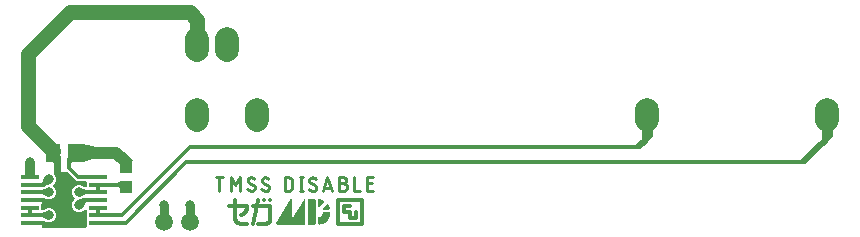
<source format=gbr>
G04 EAGLE Gerber RS-274X export*
G75*
%MOMM*%
%FSLAX34Y34*%
%LPD*%
%INTop Copper*%
%IPPOS*%
%AMOC8*
5,1,8,0,0,1.08239X$1,22.5*%
G01*
%ADD10C,0.279400*%
%ADD11R,1.300000X1.500000*%
%ADD12R,1.500000X0.304800*%
%ADD13R,1.100000X1.000000*%
%ADD14C,1.500000*%
%ADD15C,2.000000*%
%ADD16C,1.000000*%
%ADD17C,1.000000*%
%ADD18C,2.000000*%
%ADD19C,0.304800*%
%ADD20C,1.270000*%
%ADD21C,0.609600*%
%ADD22C,0.800000*%
%ADD23C,0.406400*%
%ADD24C,0.800000*%
%ADD25C,0.150000*%

G36*
X70040Y8005D02*
X70040Y8005D01*
X70066Y8003D01*
X70213Y8025D01*
X70360Y8042D01*
X70385Y8050D01*
X70411Y8054D01*
X70549Y8109D01*
X70688Y8159D01*
X70710Y8173D01*
X70735Y8183D01*
X70856Y8268D01*
X70981Y8348D01*
X70999Y8367D01*
X71021Y8382D01*
X71120Y8492D01*
X71223Y8599D01*
X71237Y8621D01*
X71254Y8641D01*
X71326Y8771D01*
X71402Y8898D01*
X71410Y8923D01*
X71423Y8946D01*
X71463Y9089D01*
X71508Y9230D01*
X71510Y9256D01*
X71518Y9281D01*
X71537Y9525D01*
X71537Y14666D01*
X71561Y14696D01*
X71572Y14720D01*
X71588Y14741D01*
X71646Y14877D01*
X71710Y15011D01*
X71715Y15037D01*
X71726Y15061D01*
X71752Y15207D01*
X71783Y15352D01*
X71783Y15378D01*
X71787Y15404D01*
X71780Y15552D01*
X71777Y15700D01*
X71771Y15726D01*
X71769Y15752D01*
X71728Y15894D01*
X71692Y16038D01*
X71680Y16061D01*
X71673Y16087D01*
X71601Y16216D01*
X71537Y16339D01*
X71537Y21166D01*
X71561Y21196D01*
X71572Y21220D01*
X71587Y21240D01*
X71646Y21376D01*
X71710Y21511D01*
X71715Y21536D01*
X71725Y21560D01*
X71752Y21706D01*
X71783Y21852D01*
X71783Y21878D01*
X71787Y21903D01*
X71780Y22052D01*
X71777Y22200D01*
X71771Y22225D01*
X71769Y22251D01*
X71728Y22394D01*
X71692Y22538D01*
X71680Y22561D01*
X71673Y22586D01*
X71601Y22716D01*
X71533Y22848D01*
X71516Y22868D01*
X71503Y22890D01*
X71344Y23077D01*
X71286Y23135D01*
X71266Y23151D01*
X71249Y23172D01*
X71129Y23260D01*
X71013Y23352D01*
X70990Y23363D01*
X70968Y23379D01*
X70832Y23437D01*
X70698Y23501D01*
X70672Y23506D01*
X70648Y23517D01*
X70502Y23543D01*
X70358Y23574D01*
X70331Y23574D01*
X70305Y23578D01*
X70157Y23571D01*
X70009Y23568D01*
X69984Y23562D01*
X69957Y23560D01*
X69815Y23519D01*
X69671Y23483D01*
X69648Y23471D01*
X69622Y23464D01*
X69493Y23391D01*
X69361Y23324D01*
X69341Y23307D01*
X69318Y23294D01*
X69132Y23135D01*
X68187Y22191D01*
X65970Y21272D01*
X63570Y21272D01*
X61353Y22191D01*
X59656Y23888D01*
X58737Y26105D01*
X58737Y28505D01*
X59656Y30722D01*
X60634Y31700D01*
X60650Y31721D01*
X60670Y31738D01*
X60758Y31857D01*
X60850Y31973D01*
X60862Y31997D01*
X60877Y32018D01*
X60936Y32154D01*
X60999Y32288D01*
X61005Y32314D01*
X61015Y32338D01*
X61042Y32484D01*
X61073Y32629D01*
X61072Y32655D01*
X61077Y32681D01*
X61069Y32830D01*
X61067Y32978D01*
X61060Y33003D01*
X61059Y33029D01*
X61018Y33172D01*
X60982Y33316D01*
X60970Y33339D01*
X60962Y33364D01*
X60890Y33494D01*
X60822Y33625D01*
X60805Y33645D01*
X60792Y33668D01*
X60634Y33855D01*
X59656Y34833D01*
X58737Y37050D01*
X58737Y39450D01*
X59656Y41667D01*
X61353Y43364D01*
X63570Y44283D01*
X65453Y44283D01*
X65604Y44300D01*
X65755Y44313D01*
X65782Y44321D01*
X65800Y44323D01*
X65844Y44338D01*
X65909Y44357D01*
X67116Y43810D01*
X67147Y43796D01*
X67166Y43790D01*
X67193Y43776D01*
X68245Y43340D01*
X68268Y43319D01*
X68274Y43316D01*
X68298Y43296D01*
X68322Y43283D01*
X68337Y43271D01*
X68378Y43252D01*
X68512Y43178D01*
X69385Y42782D01*
X69386Y42782D01*
X69387Y42781D01*
X69551Y42729D01*
X69717Y42675D01*
X69718Y42675D01*
X69719Y42675D01*
X69883Y42662D01*
X70065Y42647D01*
X70066Y42647D01*
X70248Y42674D01*
X70409Y42698D01*
X70410Y42699D01*
X70411Y42699D01*
X70571Y42762D01*
X70733Y42827D01*
X70734Y42827D01*
X70735Y42828D01*
X70871Y42922D01*
X71020Y43025D01*
X71020Y43026D01*
X71021Y43026D01*
X71135Y43153D01*
X71253Y43284D01*
X71254Y43285D01*
X71329Y43421D01*
X71422Y43589D01*
X71422Y43590D01*
X71423Y43590D01*
X71464Y43737D01*
X71517Y43924D01*
X71517Y43925D01*
X71518Y43926D01*
X71537Y44169D01*
X71537Y46170D01*
X71534Y46196D01*
X71536Y46222D01*
X71514Y46369D01*
X71497Y46516D01*
X71489Y46541D01*
X71485Y46567D01*
X71430Y46705D01*
X71380Y46844D01*
X71366Y46866D01*
X71356Y46891D01*
X71271Y47012D01*
X71191Y47137D01*
X71172Y47155D01*
X71157Y47177D01*
X71047Y47276D01*
X70940Y47379D01*
X70918Y47393D01*
X70898Y47410D01*
X70768Y47482D01*
X70641Y47558D01*
X70616Y47566D01*
X70593Y47579D01*
X70450Y47619D01*
X70309Y47664D01*
X70283Y47666D01*
X70258Y47674D01*
X70014Y47693D01*
X62847Y47693D01*
X60317Y50223D01*
X55488Y55052D01*
X55389Y55131D01*
X55295Y55215D01*
X55253Y55239D01*
X55215Y55269D01*
X55101Y55323D01*
X54990Y55384D01*
X54943Y55397D01*
X54900Y55418D01*
X54776Y55444D01*
X54655Y55479D01*
X54594Y55484D01*
X54559Y55491D01*
X54511Y55490D01*
X54411Y55498D01*
X45276Y55498D01*
X45176Y55487D01*
X45076Y55485D01*
X45003Y55467D01*
X44930Y55458D01*
X44835Y55425D01*
X44738Y55400D01*
X44671Y55366D01*
X44601Y55341D01*
X44517Y55286D01*
X44428Y55240D01*
X44371Y55192D01*
X44309Y55152D01*
X44239Y55080D01*
X44162Y55015D01*
X44118Y54955D01*
X44066Y54901D01*
X44015Y54815D01*
X43955Y54734D01*
X43926Y54666D01*
X43888Y54602D01*
X43857Y54506D01*
X43817Y54414D01*
X43804Y54341D01*
X43781Y54270D01*
X43773Y54170D01*
X43756Y54071D01*
X43759Y53997D01*
X43753Y53923D01*
X43768Y53823D01*
X43774Y53723D01*
X43794Y53652D01*
X43805Y53578D01*
X43842Y53485D01*
X43870Y53388D01*
X43906Y53323D01*
X43934Y53254D01*
X43991Y53172D01*
X44040Y53084D01*
X44105Y53008D01*
X44133Y52968D01*
X44159Y52944D01*
X44199Y52898D01*
X44484Y52612D01*
X45403Y50395D01*
X45403Y47995D01*
X44484Y45778D01*
X43506Y44800D01*
X43490Y44779D01*
X43470Y44762D01*
X43382Y44643D01*
X43290Y44527D01*
X43278Y44503D01*
X43263Y44482D01*
X43204Y44346D01*
X43141Y44212D01*
X43135Y44186D01*
X43125Y44162D01*
X43098Y44016D01*
X43067Y43871D01*
X43068Y43845D01*
X43063Y43819D01*
X43071Y43670D01*
X43073Y43522D01*
X43080Y43497D01*
X43081Y43471D01*
X43122Y43328D01*
X43158Y43184D01*
X43170Y43161D01*
X43178Y43136D01*
X43250Y43006D01*
X43318Y42875D01*
X43335Y42855D01*
X43348Y42832D01*
X43506Y42645D01*
X44484Y41667D01*
X45403Y39450D01*
X45403Y37050D01*
X44484Y34833D01*
X42787Y33136D01*
X40570Y32217D01*
X38687Y32217D01*
X38536Y32200D01*
X38385Y32187D01*
X38358Y32179D01*
X38340Y32177D01*
X38297Y32162D01*
X38231Y32143D01*
X36991Y32705D01*
X36973Y32711D01*
X36946Y32724D01*
X35725Y33230D01*
X35580Y33271D01*
X35437Y33317D01*
X35413Y33319D01*
X35390Y33326D01*
X35239Y33333D01*
X35090Y33345D01*
X35066Y33342D01*
X35042Y33343D01*
X34894Y33316D01*
X34745Y33293D01*
X34723Y33284D01*
X34699Y33280D01*
X34683Y33273D01*
X30559Y33273D01*
X30533Y33270D01*
X30507Y33272D01*
X30360Y33250D01*
X30213Y33234D01*
X30189Y33225D01*
X30163Y33221D01*
X30025Y33166D01*
X29885Y33116D01*
X29863Y33102D01*
X29839Y33092D01*
X29717Y33008D01*
X29592Y32927D01*
X29574Y32908D01*
X29553Y32893D01*
X29453Y32783D01*
X29350Y32676D01*
X29337Y32654D01*
X29319Y32634D01*
X29247Y32504D01*
X29171Y32377D01*
X29163Y32352D01*
X29151Y32329D01*
X29110Y32186D01*
X29065Y32045D01*
X29063Y32019D01*
X29056Y31994D01*
X29036Y31750D01*
X29039Y31724D01*
X29037Y31698D01*
X29059Y31551D01*
X29076Y31404D01*
X29085Y31379D01*
X29089Y31353D01*
X29144Y31215D01*
X29194Y31076D01*
X29208Y31053D01*
X29217Y31029D01*
X29302Y30908D01*
X29383Y30783D01*
X29401Y30764D01*
X29416Y30743D01*
X29526Y30644D01*
X29633Y30541D01*
X29656Y30527D01*
X29675Y30509D01*
X29805Y30438D01*
X29932Y30362D01*
X29957Y30354D01*
X29980Y30341D01*
X30123Y30301D01*
X30264Y30255D01*
X30290Y30253D01*
X30316Y30246D01*
X30559Y30227D01*
X33619Y30227D01*
X33619Y29825D01*
X33411Y29049D01*
X32988Y28316D01*
X32970Y28294D01*
X32886Y28200D01*
X32862Y28158D01*
X32832Y28120D01*
X32778Y28006D01*
X32717Y27895D01*
X32704Y27849D01*
X32683Y27805D01*
X32657Y27682D01*
X32622Y27560D01*
X32617Y27499D01*
X32610Y27464D01*
X32611Y27416D01*
X32603Y27316D01*
X32603Y24669D01*
X32603Y24668D01*
X32623Y24495D01*
X32643Y24323D01*
X32643Y24322D01*
X32701Y24161D01*
X32760Y23995D01*
X32761Y23994D01*
X32854Y23850D01*
X32949Y23702D01*
X32950Y23702D01*
X32950Y23701D01*
X33075Y23581D01*
X33200Y23460D01*
X33201Y23460D01*
X33201Y23459D01*
X33347Y23372D01*
X33499Y23281D01*
X33500Y23281D01*
X33666Y23228D01*
X33831Y23175D01*
X33832Y23175D01*
X34016Y23160D01*
X34178Y23147D01*
X34179Y23147D01*
X34180Y23147D01*
X34358Y23174D01*
X34523Y23199D01*
X34524Y23199D01*
X34755Y23282D01*
X35628Y23678D01*
X35758Y23756D01*
X35890Y23830D01*
X35910Y23847D01*
X36947Y24276D01*
X36965Y24286D01*
X36993Y24296D01*
X38235Y24859D01*
X38297Y24844D01*
X38443Y24802D01*
X38470Y24800D01*
X38488Y24796D01*
X38534Y24795D01*
X38686Y24783D01*
X40570Y24783D01*
X42787Y23864D01*
X44484Y22167D01*
X45403Y19950D01*
X45403Y17550D01*
X44484Y15333D01*
X42787Y13636D01*
X40570Y12717D01*
X38687Y12717D01*
X38536Y12700D01*
X38385Y12687D01*
X38358Y12679D01*
X38340Y12677D01*
X38297Y12662D01*
X38231Y12643D01*
X37386Y13026D01*
X36992Y13205D01*
X36973Y13211D01*
X36946Y13224D01*
X35725Y13730D01*
X35580Y13771D01*
X35437Y13817D01*
X35413Y13819D01*
X35390Y13826D01*
X35239Y13833D01*
X35090Y13845D01*
X35066Y13842D01*
X35042Y13843D01*
X34894Y13816D01*
X34745Y13793D01*
X34723Y13784D01*
X34699Y13780D01*
X34683Y13773D01*
X30559Y13773D01*
X30533Y13770D01*
X30507Y13772D01*
X30360Y13750D01*
X30213Y13734D01*
X30189Y13725D01*
X30163Y13721D01*
X30025Y13666D01*
X29885Y13616D01*
X29863Y13602D01*
X29839Y13592D01*
X29717Y13508D01*
X29592Y13427D01*
X29574Y13408D01*
X29553Y13393D01*
X29453Y13283D01*
X29350Y13176D01*
X29337Y13154D01*
X29319Y13134D01*
X29247Y13004D01*
X29171Y12877D01*
X29163Y12852D01*
X29151Y12829D01*
X29110Y12686D01*
X29065Y12545D01*
X29063Y12519D01*
X29056Y12494D01*
X29036Y12250D01*
X29039Y12224D01*
X29037Y12198D01*
X29059Y12051D01*
X29076Y11904D01*
X29085Y11879D01*
X29089Y11853D01*
X29144Y11715D01*
X29194Y11576D01*
X29208Y11553D01*
X29217Y11529D01*
X29302Y11408D01*
X29383Y11283D01*
X29401Y11264D01*
X29416Y11243D01*
X29526Y11144D01*
X29633Y11041D01*
X29656Y11027D01*
X29675Y11009D01*
X29805Y10938D01*
X29932Y10862D01*
X29957Y10854D01*
X29980Y10841D01*
X30123Y10801D01*
X30264Y10755D01*
X30290Y10753D01*
X30316Y10746D01*
X30559Y10727D01*
X33619Y10727D01*
X33619Y10325D01*
X33510Y9919D01*
X33503Y9869D01*
X33487Y9820D01*
X33477Y9697D01*
X33459Y9575D01*
X33463Y9524D01*
X33459Y9473D01*
X33477Y9350D01*
X33488Y9227D01*
X33503Y9179D01*
X33511Y9128D01*
X33557Y9013D01*
X33594Y8895D01*
X33621Y8852D01*
X33640Y8804D01*
X33710Y8703D01*
X33774Y8597D01*
X33809Y8560D01*
X33838Y8518D01*
X33930Y8435D01*
X34016Y8346D01*
X34059Y8319D01*
X34097Y8285D01*
X34206Y8225D01*
X34310Y8158D01*
X34358Y8141D01*
X34402Y8116D01*
X34521Y8083D01*
X34638Y8041D01*
X34689Y8035D01*
X34738Y8021D01*
X34981Y8002D01*
X70014Y8002D01*
X70040Y8005D01*
G37*
G36*
X255553Y10953D02*
X255553Y10953D01*
X255573Y10951D01*
X255674Y10973D01*
X255776Y10989D01*
X255794Y10999D01*
X255813Y11003D01*
X255902Y11056D01*
X255993Y11105D01*
X256007Y11119D01*
X256024Y11129D01*
X256092Y11208D01*
X256163Y11283D01*
X256171Y11301D01*
X256184Y11316D01*
X256223Y11412D01*
X256266Y11506D01*
X256269Y11526D01*
X256276Y11544D01*
X256295Y11711D01*
X256295Y31711D01*
X256288Y31752D01*
X256290Y31794D01*
X256268Y31873D01*
X256255Y31954D01*
X256235Y31990D01*
X256224Y32031D01*
X256178Y32099D01*
X256140Y32171D01*
X256110Y32200D01*
X256086Y32234D01*
X256021Y32284D01*
X255961Y32340D01*
X255924Y32358D01*
X255891Y32383D01*
X255813Y32409D01*
X255738Y32444D01*
X255697Y32449D01*
X255658Y32462D01*
X255575Y32462D01*
X255494Y32471D01*
X255453Y32462D01*
X255412Y32462D01*
X255334Y32436D01*
X255253Y32419D01*
X255218Y32398D01*
X255178Y32384D01*
X255113Y32335D01*
X255042Y32293D01*
X255015Y32261D01*
X254982Y32236D01*
X254887Y32111D01*
X254882Y32106D01*
X254882Y32104D01*
X254881Y32103D01*
X245045Y15709D01*
X245045Y31711D01*
X245038Y31752D01*
X245040Y31794D01*
X245018Y31873D01*
X245005Y31954D01*
X244985Y31990D01*
X244974Y32031D01*
X244928Y32099D01*
X244890Y32171D01*
X244860Y32200D01*
X244836Y32234D01*
X244771Y32284D01*
X244711Y32340D01*
X244674Y32358D01*
X244641Y32383D01*
X244563Y32409D01*
X244488Y32444D01*
X244447Y32449D01*
X244408Y32462D01*
X244325Y32462D01*
X244244Y32471D01*
X244203Y32462D01*
X244162Y32462D01*
X244084Y32436D01*
X244003Y32419D01*
X243968Y32398D01*
X243928Y32384D01*
X243863Y32335D01*
X243792Y32293D01*
X243765Y32261D01*
X243732Y32236D01*
X243637Y32111D01*
X243632Y32106D01*
X243632Y32104D01*
X243631Y32103D01*
X231631Y12103D01*
X231593Y12008D01*
X231550Y11916D01*
X231548Y11894D01*
X231540Y11874D01*
X231534Y11772D01*
X231523Y11672D01*
X231528Y11650D01*
X231527Y11628D01*
X231554Y11531D01*
X231575Y11431D01*
X231587Y11412D01*
X231592Y11391D01*
X231649Y11307D01*
X231702Y11220D01*
X231718Y11206D01*
X231730Y11188D01*
X231811Y11126D01*
X231888Y11060D01*
X231909Y11052D01*
X231926Y11039D01*
X232022Y11006D01*
X232117Y10968D01*
X232143Y10965D01*
X232159Y10960D01*
X232192Y10960D01*
X232283Y10950D01*
X255533Y10950D01*
X255553Y10953D01*
G37*
G36*
X264303Y10953D02*
X264303Y10953D01*
X264323Y10951D01*
X264424Y10973D01*
X264526Y10989D01*
X264544Y10999D01*
X264563Y11003D01*
X264652Y11056D01*
X264743Y11105D01*
X264757Y11119D01*
X264774Y11129D01*
X264842Y11208D01*
X264913Y11283D01*
X264921Y11301D01*
X264934Y11316D01*
X264973Y11412D01*
X265016Y11506D01*
X265019Y11526D01*
X265026Y11544D01*
X265045Y11711D01*
X265045Y31711D01*
X265041Y31731D01*
X265044Y31750D01*
X265022Y31852D01*
X265005Y31954D01*
X264996Y31971D01*
X264991Y31991D01*
X264938Y32080D01*
X264890Y32171D01*
X264875Y32185D01*
X264865Y32202D01*
X264786Y32269D01*
X264711Y32340D01*
X264693Y32349D01*
X264678Y32362D01*
X264582Y32401D01*
X264488Y32444D01*
X264469Y32446D01*
X264450Y32454D01*
X264283Y32472D01*
X259283Y32472D01*
X259264Y32469D01*
X259244Y32471D01*
X259143Y32449D01*
X259041Y32432D01*
X259023Y32423D01*
X259003Y32419D01*
X258914Y32366D01*
X258823Y32317D01*
X258809Y32303D01*
X258792Y32293D01*
X258725Y32214D01*
X258654Y32139D01*
X258645Y32121D01*
X258632Y32106D01*
X258594Y32010D01*
X258550Y31916D01*
X258548Y31896D01*
X258541Y31878D01*
X258522Y31711D01*
X258522Y11711D01*
X258525Y11691D01*
X258523Y11672D01*
X258545Y11570D01*
X258562Y11468D01*
X258571Y11451D01*
X258575Y11431D01*
X258629Y11342D01*
X258677Y11251D01*
X258691Y11237D01*
X258702Y11220D01*
X258780Y11153D01*
X258855Y11081D01*
X258873Y11073D01*
X258888Y11060D01*
X258985Y11021D01*
X259078Y10978D01*
X259098Y10976D01*
X259117Y10968D01*
X259283Y10950D01*
X264283Y10950D01*
X264303Y10953D01*
G37*
G36*
X268086Y10954D02*
X268086Y10954D01*
X268108Y10953D01*
X269815Y11122D01*
X269838Y11128D01*
X269961Y11151D01*
X271603Y11649D01*
X271624Y11659D01*
X271741Y11706D01*
X273253Y12514D01*
X273272Y12529D01*
X273377Y12597D01*
X274703Y13685D01*
X274719Y13703D01*
X274809Y13791D01*
X275897Y15117D01*
X275909Y15138D01*
X275980Y15241D01*
X276789Y16754D01*
X276796Y16777D01*
X276846Y16892D01*
X277344Y18533D01*
X277347Y18557D01*
X277373Y18679D01*
X277541Y20386D01*
X277537Y20444D01*
X277544Y20500D01*
X277529Y20565D01*
X277525Y20632D01*
X277503Y20685D01*
X277491Y20741D01*
X277457Y20798D01*
X277432Y20859D01*
X277394Y20903D01*
X277365Y20952D01*
X277315Y20995D01*
X277271Y21045D01*
X277222Y21075D01*
X277178Y21112D01*
X277116Y21137D01*
X277059Y21170D01*
X277003Y21182D01*
X276950Y21204D01*
X276849Y21215D01*
X276819Y21221D01*
X276805Y21220D01*
X276783Y21222D01*
X271783Y21222D01*
X271684Y21206D01*
X271585Y21196D01*
X271563Y21186D01*
X271541Y21182D01*
X271452Y21136D01*
X271361Y21094D01*
X271344Y21078D01*
X271323Y21067D01*
X271254Y20995D01*
X271181Y20926D01*
X271170Y20906D01*
X271154Y20889D01*
X271112Y20798D01*
X271064Y20710D01*
X271058Y20682D01*
X271050Y20666D01*
X271047Y20633D01*
X271027Y20546D01*
X270942Y19797D01*
X270722Y19166D01*
X270366Y18601D01*
X269894Y18128D01*
X269328Y17773D01*
X268697Y17552D01*
X267948Y17467D01*
X267852Y17440D01*
X267753Y17419D01*
X267734Y17407D01*
X267711Y17401D01*
X267628Y17344D01*
X267542Y17293D01*
X267527Y17275D01*
X267508Y17262D01*
X267448Y17182D01*
X267382Y17106D01*
X267374Y17084D01*
X267360Y17066D01*
X267328Y16971D01*
X267291Y16878D01*
X267287Y16849D01*
X267282Y16833D01*
X267282Y16800D01*
X267272Y16711D01*
X267272Y11711D01*
X267281Y11654D01*
X267281Y11597D01*
X267301Y11534D01*
X267312Y11468D01*
X267339Y11418D01*
X267356Y11363D01*
X267396Y11310D01*
X267427Y11251D01*
X267468Y11211D01*
X267502Y11165D01*
X267557Y11127D01*
X267605Y11081D01*
X267657Y11057D01*
X267704Y11025D01*
X267768Y11006D01*
X267828Y10978D01*
X267885Y10972D01*
X267940Y10955D01*
X268042Y10954D01*
X268073Y10951D01*
X268086Y10954D01*
G37*
G36*
X268149Y25980D02*
X268149Y25980D01*
X268226Y25987D01*
X268268Y26005D01*
X268313Y26015D01*
X268380Y26055D01*
X268451Y26087D01*
X268498Y26126D01*
X268524Y26141D01*
X268542Y26162D01*
X268580Y26194D01*
X272333Y30072D01*
X272340Y30083D01*
X272350Y30091D01*
X272410Y30184D01*
X272473Y30274D01*
X272477Y30286D01*
X272484Y30298D01*
X272511Y30405D01*
X272541Y30510D01*
X272541Y30523D01*
X272544Y30536D01*
X272536Y30646D01*
X272531Y30756D01*
X272526Y30768D01*
X272525Y30781D01*
X272482Y30883D01*
X272443Y30985D01*
X272434Y30996D01*
X272429Y31008D01*
X272356Y31090D01*
X272286Y31175D01*
X272275Y31182D01*
X272266Y31192D01*
X272125Y31283D01*
X270946Y31870D01*
X270916Y31879D01*
X270822Y31919D01*
X269559Y32292D01*
X269527Y32296D01*
X269428Y32319D01*
X268119Y32467D01*
X268056Y32464D01*
X267994Y32471D01*
X267934Y32458D01*
X267873Y32455D01*
X267815Y32432D01*
X267753Y32419D01*
X267701Y32388D01*
X267645Y32365D01*
X267596Y32325D01*
X267542Y32293D01*
X267503Y32246D01*
X267456Y32207D01*
X267423Y32154D01*
X267382Y32106D01*
X267360Y32049D01*
X267328Y31997D01*
X267314Y31936D01*
X267291Y31878D01*
X267281Y31789D01*
X267273Y31758D01*
X267275Y31740D01*
X267272Y31711D01*
X267272Y26723D01*
X267285Y26646D01*
X267288Y26568D01*
X267304Y26526D01*
X267312Y26480D01*
X267348Y26412D01*
X267376Y26339D01*
X267405Y26304D01*
X267427Y26263D01*
X267483Y26210D01*
X267533Y26149D01*
X267572Y26125D01*
X267605Y26094D01*
X267676Y26061D01*
X267742Y26020D01*
X267787Y26009D01*
X267828Y25990D01*
X267906Y25982D01*
X267982Y25964D01*
X268027Y25968D01*
X268073Y25963D01*
X268149Y25980D01*
G37*
G36*
X276768Y23680D02*
X276768Y23680D01*
X276871Y23692D01*
X276889Y23700D01*
X276908Y23703D01*
X277000Y23752D01*
X277094Y23795D01*
X277108Y23809D01*
X277126Y23818D01*
X277197Y23893D01*
X277272Y23965D01*
X277281Y23982D01*
X277295Y23997D01*
X277339Y24091D01*
X277387Y24182D01*
X277390Y24202D01*
X277399Y24220D01*
X277410Y24323D01*
X277427Y24425D01*
X277424Y24449D01*
X277426Y24464D01*
X277419Y24496D01*
X277408Y24591D01*
X277147Y25757D01*
X277135Y25787D01*
X277106Y25884D01*
X276646Y26986D01*
X276630Y27013D01*
X276585Y27104D01*
X275940Y28110D01*
X275883Y28174D01*
X275832Y28243D01*
X275801Y28265D01*
X275776Y28293D01*
X275701Y28335D01*
X275631Y28385D01*
X275594Y28395D01*
X275562Y28414D01*
X275477Y28430D01*
X275395Y28455D01*
X275357Y28453D01*
X275320Y28460D01*
X275235Y28449D01*
X275149Y28446D01*
X275114Y28432D01*
X275076Y28427D01*
X274999Y28389D01*
X274919Y28359D01*
X274880Y28330D01*
X274856Y28318D01*
X274834Y28297D01*
X274784Y28260D01*
X271225Y24985D01*
X271171Y24916D01*
X271111Y24853D01*
X271095Y24820D01*
X271073Y24791D01*
X271044Y24709D01*
X271007Y24630D01*
X271003Y24594D01*
X270991Y24559D01*
X270990Y24472D01*
X270980Y24385D01*
X270988Y24350D01*
X270987Y24313D01*
X271014Y24230D01*
X271032Y24145D01*
X271051Y24114D01*
X271062Y24079D01*
X271114Y24009D01*
X271158Y23934D01*
X271186Y23910D01*
X271208Y23881D01*
X271279Y23831D01*
X271345Y23774D01*
X271379Y23760D01*
X271409Y23739D01*
X271492Y23715D01*
X271574Y23682D01*
X271620Y23677D01*
X271645Y23669D01*
X271676Y23671D01*
X271740Y23663D01*
X276666Y23663D01*
X276768Y23680D01*
G37*
D10*
X183645Y39418D02*
X183645Y50848D01*
X180470Y50848D02*
X186820Y50848D01*
X193063Y50848D02*
X193063Y39418D01*
X196873Y44498D02*
X193063Y50848D01*
X196873Y44498D02*
X200683Y50848D01*
X200683Y39418D01*
X211163Y39418D02*
X211263Y39420D01*
X211362Y39426D01*
X211462Y39436D01*
X211560Y39449D01*
X211659Y39467D01*
X211756Y39488D01*
X211852Y39513D01*
X211948Y39542D01*
X212042Y39575D01*
X212135Y39611D01*
X212226Y39651D01*
X212316Y39695D01*
X212404Y39742D01*
X212490Y39792D01*
X212574Y39846D01*
X212656Y39903D01*
X212735Y39963D01*
X212813Y40027D01*
X212887Y40093D01*
X212959Y40162D01*
X213028Y40234D01*
X213094Y40308D01*
X213158Y40386D01*
X213218Y40465D01*
X213275Y40547D01*
X213329Y40631D01*
X213379Y40717D01*
X213426Y40805D01*
X213470Y40895D01*
X213510Y40986D01*
X213546Y41079D01*
X213579Y41173D01*
X213608Y41269D01*
X213633Y41365D01*
X213654Y41462D01*
X213672Y41561D01*
X213685Y41659D01*
X213695Y41759D01*
X213701Y41858D01*
X213703Y41958D01*
X211163Y39417D02*
X211022Y39419D01*
X210881Y39424D01*
X210740Y39434D01*
X210599Y39447D01*
X210459Y39463D01*
X210319Y39484D01*
X210180Y39508D01*
X210041Y39536D01*
X209904Y39567D01*
X209767Y39602D01*
X209631Y39640D01*
X209496Y39682D01*
X209363Y39728D01*
X209230Y39777D01*
X209099Y39830D01*
X208970Y39886D01*
X208841Y39945D01*
X208715Y40008D01*
X208590Y40074D01*
X208467Y40143D01*
X208346Y40216D01*
X208227Y40292D01*
X208109Y40371D01*
X207994Y40452D01*
X207882Y40537D01*
X207771Y40625D01*
X207663Y40716D01*
X207557Y40809D01*
X207454Y40906D01*
X207353Y41005D01*
X207671Y48308D02*
X207673Y48408D01*
X207679Y48507D01*
X207689Y48607D01*
X207702Y48705D01*
X207720Y48804D01*
X207741Y48901D01*
X207766Y48997D01*
X207795Y49093D01*
X207828Y49187D01*
X207864Y49280D01*
X207904Y49371D01*
X207948Y49461D01*
X207995Y49549D01*
X208045Y49635D01*
X208099Y49719D01*
X208156Y49801D01*
X208216Y49880D01*
X208280Y49958D01*
X208346Y50032D01*
X208415Y50104D01*
X208487Y50173D01*
X208561Y50239D01*
X208639Y50303D01*
X208718Y50363D01*
X208800Y50420D01*
X208884Y50474D01*
X208970Y50524D01*
X209058Y50571D01*
X209148Y50615D01*
X209239Y50655D01*
X209332Y50691D01*
X209426Y50724D01*
X209522Y50753D01*
X209618Y50778D01*
X209715Y50799D01*
X209814Y50817D01*
X209912Y50830D01*
X210012Y50840D01*
X210111Y50846D01*
X210211Y50848D01*
X210344Y50846D01*
X210477Y50841D01*
X210610Y50831D01*
X210743Y50818D01*
X210875Y50801D01*
X211007Y50781D01*
X211138Y50757D01*
X211268Y50729D01*
X211398Y50698D01*
X211526Y50663D01*
X211654Y50624D01*
X211780Y50582D01*
X211905Y50536D01*
X212029Y50487D01*
X212152Y50435D01*
X212273Y50379D01*
X212392Y50319D01*
X212510Y50257D01*
X212625Y50191D01*
X212739Y50122D01*
X212851Y50049D01*
X212961Y49974D01*
X213069Y49895D01*
X208941Y46085D02*
X208857Y46137D01*
X208774Y46192D01*
X208694Y46251D01*
X208616Y46312D01*
X208541Y46376D01*
X208468Y46444D01*
X208397Y46514D01*
X208330Y46586D01*
X208265Y46661D01*
X208203Y46739D01*
X208144Y46819D01*
X208088Y46901D01*
X208036Y46985D01*
X207987Y47071D01*
X207941Y47159D01*
X207898Y47249D01*
X207859Y47340D01*
X207824Y47433D01*
X207792Y47527D01*
X207764Y47622D01*
X207739Y47718D01*
X207719Y47815D01*
X207701Y47913D01*
X207688Y48011D01*
X207679Y48110D01*
X207673Y48209D01*
X207671Y48308D01*
X212434Y44181D02*
X212518Y44129D01*
X212601Y44074D01*
X212681Y44015D01*
X212759Y43954D01*
X212834Y43890D01*
X212907Y43822D01*
X212978Y43752D01*
X213045Y43680D01*
X213110Y43605D01*
X213172Y43527D01*
X213231Y43447D01*
X213287Y43365D01*
X213339Y43281D01*
X213388Y43195D01*
X213434Y43107D01*
X213477Y43017D01*
X213516Y42926D01*
X213551Y42833D01*
X213583Y42739D01*
X213611Y42644D01*
X213636Y42548D01*
X213656Y42451D01*
X213674Y42353D01*
X213687Y42255D01*
X213696Y42156D01*
X213702Y42057D01*
X213704Y41958D01*
X212433Y44180D02*
X208941Y46085D01*
X223112Y39418D02*
X223212Y39420D01*
X223311Y39426D01*
X223411Y39436D01*
X223509Y39449D01*
X223608Y39467D01*
X223705Y39488D01*
X223801Y39513D01*
X223897Y39542D01*
X223991Y39575D01*
X224084Y39611D01*
X224175Y39651D01*
X224265Y39695D01*
X224353Y39742D01*
X224439Y39792D01*
X224523Y39846D01*
X224605Y39903D01*
X224684Y39963D01*
X224762Y40027D01*
X224836Y40093D01*
X224908Y40162D01*
X224977Y40234D01*
X225043Y40308D01*
X225107Y40386D01*
X225167Y40465D01*
X225224Y40547D01*
X225278Y40631D01*
X225328Y40717D01*
X225375Y40805D01*
X225419Y40895D01*
X225459Y40986D01*
X225495Y41079D01*
X225528Y41173D01*
X225557Y41269D01*
X225582Y41365D01*
X225603Y41462D01*
X225621Y41561D01*
X225634Y41659D01*
X225644Y41759D01*
X225650Y41858D01*
X225652Y41958D01*
X223112Y39417D02*
X222971Y39419D01*
X222830Y39424D01*
X222689Y39434D01*
X222548Y39447D01*
X222408Y39463D01*
X222268Y39484D01*
X222129Y39508D01*
X221990Y39536D01*
X221853Y39567D01*
X221716Y39602D01*
X221580Y39640D01*
X221445Y39682D01*
X221312Y39728D01*
X221179Y39777D01*
X221048Y39830D01*
X220919Y39886D01*
X220790Y39945D01*
X220664Y40008D01*
X220539Y40074D01*
X220416Y40143D01*
X220295Y40216D01*
X220176Y40292D01*
X220058Y40371D01*
X219943Y40452D01*
X219831Y40537D01*
X219720Y40625D01*
X219612Y40716D01*
X219506Y40809D01*
X219403Y40906D01*
X219302Y41005D01*
X219619Y48308D02*
X219621Y48408D01*
X219627Y48507D01*
X219637Y48607D01*
X219650Y48705D01*
X219668Y48804D01*
X219689Y48901D01*
X219714Y48997D01*
X219743Y49093D01*
X219776Y49187D01*
X219812Y49280D01*
X219852Y49371D01*
X219896Y49461D01*
X219943Y49549D01*
X219993Y49635D01*
X220047Y49719D01*
X220104Y49801D01*
X220164Y49880D01*
X220228Y49958D01*
X220294Y50032D01*
X220363Y50104D01*
X220435Y50173D01*
X220509Y50239D01*
X220587Y50303D01*
X220666Y50363D01*
X220748Y50420D01*
X220832Y50474D01*
X220918Y50524D01*
X221006Y50571D01*
X221096Y50615D01*
X221187Y50655D01*
X221280Y50691D01*
X221374Y50724D01*
X221470Y50753D01*
X221566Y50778D01*
X221663Y50799D01*
X221762Y50817D01*
X221860Y50830D01*
X221960Y50840D01*
X222059Y50846D01*
X222159Y50848D01*
X222292Y50846D01*
X222425Y50841D01*
X222558Y50831D01*
X222691Y50818D01*
X222823Y50801D01*
X222955Y50781D01*
X223086Y50757D01*
X223216Y50729D01*
X223346Y50698D01*
X223474Y50663D01*
X223602Y50624D01*
X223728Y50582D01*
X223853Y50536D01*
X223977Y50487D01*
X224100Y50435D01*
X224221Y50379D01*
X224340Y50319D01*
X224458Y50257D01*
X224573Y50191D01*
X224687Y50122D01*
X224799Y50049D01*
X224909Y49974D01*
X225017Y49895D01*
X220889Y46085D02*
X220805Y46137D01*
X220722Y46192D01*
X220642Y46251D01*
X220564Y46312D01*
X220489Y46376D01*
X220416Y46444D01*
X220345Y46514D01*
X220278Y46586D01*
X220213Y46661D01*
X220151Y46739D01*
X220092Y46819D01*
X220036Y46901D01*
X219984Y46985D01*
X219935Y47071D01*
X219889Y47159D01*
X219846Y47249D01*
X219807Y47340D01*
X219772Y47433D01*
X219740Y47527D01*
X219712Y47622D01*
X219687Y47718D01*
X219667Y47815D01*
X219649Y47913D01*
X219636Y48011D01*
X219627Y48110D01*
X219621Y48209D01*
X219619Y48308D01*
X224382Y44181D02*
X224466Y44129D01*
X224549Y44074D01*
X224629Y44015D01*
X224707Y43954D01*
X224782Y43890D01*
X224855Y43822D01*
X224926Y43752D01*
X224993Y43680D01*
X225058Y43605D01*
X225120Y43527D01*
X225179Y43447D01*
X225235Y43365D01*
X225287Y43281D01*
X225336Y43195D01*
X225382Y43107D01*
X225425Y43017D01*
X225464Y42926D01*
X225499Y42833D01*
X225531Y42739D01*
X225559Y42644D01*
X225584Y42548D01*
X225604Y42451D01*
X225622Y42353D01*
X225635Y42255D01*
X225644Y42156D01*
X225650Y42057D01*
X225652Y41958D01*
X224382Y44180D02*
X220889Y46085D01*
X238931Y50848D02*
X238931Y39418D01*
X238931Y50848D02*
X242106Y50848D01*
X242217Y50846D01*
X242327Y50840D01*
X242438Y50831D01*
X242548Y50817D01*
X242657Y50800D01*
X242766Y50779D01*
X242874Y50754D01*
X242981Y50725D01*
X243087Y50693D01*
X243192Y50657D01*
X243295Y50617D01*
X243397Y50574D01*
X243498Y50527D01*
X243597Y50476D01*
X243694Y50423D01*
X243788Y50366D01*
X243881Y50305D01*
X243972Y50242D01*
X244061Y50175D01*
X244147Y50105D01*
X244230Y50032D01*
X244312Y49957D01*
X244390Y49879D01*
X244465Y49797D01*
X244538Y49714D01*
X244608Y49628D01*
X244675Y49539D01*
X244738Y49448D01*
X244799Y49355D01*
X244856Y49261D01*
X244909Y49164D01*
X244960Y49065D01*
X245007Y48964D01*
X245050Y48862D01*
X245090Y48759D01*
X245126Y48654D01*
X245158Y48548D01*
X245187Y48441D01*
X245212Y48333D01*
X245233Y48224D01*
X245250Y48115D01*
X245264Y48005D01*
X245273Y47894D01*
X245279Y47784D01*
X245281Y47673D01*
X245281Y42593D01*
X245279Y42482D01*
X245273Y42372D01*
X245264Y42261D01*
X245250Y42151D01*
X245233Y42042D01*
X245212Y41933D01*
X245187Y41825D01*
X245158Y41718D01*
X245126Y41612D01*
X245090Y41507D01*
X245050Y41404D01*
X245007Y41302D01*
X244960Y41201D01*
X244909Y41102D01*
X244856Y41005D01*
X244799Y40911D01*
X244738Y40818D01*
X244675Y40727D01*
X244608Y40638D01*
X244538Y40552D01*
X244465Y40469D01*
X244390Y40387D01*
X244312Y40309D01*
X244230Y40234D01*
X244147Y40161D01*
X244061Y40091D01*
X243972Y40024D01*
X243881Y39961D01*
X243788Y39900D01*
X243693Y39843D01*
X243597Y39790D01*
X243498Y39739D01*
X243397Y39692D01*
X243295Y39649D01*
X243192Y39609D01*
X243087Y39573D01*
X242981Y39541D01*
X242874Y39512D01*
X242766Y39487D01*
X242657Y39466D01*
X242548Y39449D01*
X242438Y39435D01*
X242327Y39426D01*
X242217Y39420D01*
X242106Y39418D01*
X238931Y39418D01*
X252774Y39418D02*
X252774Y50848D01*
X251504Y39418D02*
X254044Y39418D01*
X254044Y50848D02*
X251504Y50848D01*
X263223Y39418D02*
X263323Y39420D01*
X263422Y39426D01*
X263522Y39436D01*
X263620Y39449D01*
X263719Y39467D01*
X263816Y39488D01*
X263912Y39513D01*
X264008Y39542D01*
X264102Y39575D01*
X264195Y39611D01*
X264286Y39651D01*
X264376Y39695D01*
X264464Y39742D01*
X264550Y39792D01*
X264634Y39846D01*
X264716Y39903D01*
X264795Y39963D01*
X264873Y40027D01*
X264947Y40093D01*
X265019Y40162D01*
X265088Y40234D01*
X265154Y40308D01*
X265218Y40386D01*
X265278Y40465D01*
X265335Y40547D01*
X265389Y40631D01*
X265439Y40717D01*
X265486Y40805D01*
X265530Y40895D01*
X265570Y40986D01*
X265606Y41079D01*
X265639Y41173D01*
X265668Y41269D01*
X265693Y41365D01*
X265714Y41462D01*
X265732Y41561D01*
X265745Y41659D01*
X265755Y41759D01*
X265761Y41858D01*
X265763Y41958D01*
X263223Y39417D02*
X263082Y39419D01*
X262941Y39424D01*
X262800Y39434D01*
X262659Y39447D01*
X262519Y39463D01*
X262379Y39484D01*
X262240Y39508D01*
X262101Y39536D01*
X261964Y39567D01*
X261827Y39602D01*
X261691Y39640D01*
X261556Y39682D01*
X261423Y39728D01*
X261290Y39777D01*
X261159Y39830D01*
X261030Y39886D01*
X260901Y39945D01*
X260775Y40008D01*
X260650Y40074D01*
X260527Y40143D01*
X260406Y40216D01*
X260287Y40292D01*
X260169Y40371D01*
X260054Y40452D01*
X259942Y40537D01*
X259831Y40625D01*
X259723Y40716D01*
X259617Y40809D01*
X259514Y40906D01*
X259413Y41005D01*
X259731Y48308D02*
X259733Y48408D01*
X259739Y48507D01*
X259749Y48607D01*
X259762Y48705D01*
X259780Y48804D01*
X259801Y48901D01*
X259826Y48997D01*
X259855Y49093D01*
X259888Y49187D01*
X259924Y49280D01*
X259964Y49371D01*
X260008Y49461D01*
X260055Y49549D01*
X260105Y49635D01*
X260159Y49719D01*
X260216Y49801D01*
X260276Y49880D01*
X260340Y49958D01*
X260406Y50032D01*
X260475Y50104D01*
X260547Y50173D01*
X260621Y50239D01*
X260699Y50303D01*
X260778Y50363D01*
X260860Y50420D01*
X260944Y50474D01*
X261030Y50524D01*
X261118Y50571D01*
X261208Y50615D01*
X261299Y50655D01*
X261392Y50691D01*
X261486Y50724D01*
X261582Y50753D01*
X261678Y50778D01*
X261775Y50799D01*
X261874Y50817D01*
X261972Y50830D01*
X262072Y50840D01*
X262171Y50846D01*
X262271Y50848D01*
X262404Y50846D01*
X262537Y50841D01*
X262670Y50831D01*
X262803Y50818D01*
X262935Y50801D01*
X263067Y50781D01*
X263198Y50757D01*
X263328Y50729D01*
X263458Y50698D01*
X263586Y50663D01*
X263714Y50624D01*
X263840Y50582D01*
X263965Y50536D01*
X264089Y50487D01*
X264212Y50435D01*
X264333Y50379D01*
X264452Y50319D01*
X264570Y50257D01*
X264685Y50191D01*
X264799Y50122D01*
X264911Y50049D01*
X265021Y49974D01*
X265129Y49895D01*
X261000Y46085D02*
X260916Y46137D01*
X260833Y46192D01*
X260753Y46251D01*
X260675Y46312D01*
X260600Y46376D01*
X260527Y46444D01*
X260456Y46514D01*
X260389Y46586D01*
X260324Y46661D01*
X260262Y46739D01*
X260203Y46819D01*
X260147Y46901D01*
X260095Y46985D01*
X260046Y47071D01*
X260000Y47159D01*
X259957Y47249D01*
X259918Y47340D01*
X259883Y47433D01*
X259851Y47527D01*
X259823Y47622D01*
X259798Y47718D01*
X259778Y47815D01*
X259760Y47913D01*
X259747Y48011D01*
X259738Y48110D01*
X259732Y48209D01*
X259730Y48308D01*
X264493Y44181D02*
X264577Y44129D01*
X264660Y44074D01*
X264740Y44015D01*
X264818Y43954D01*
X264893Y43890D01*
X264966Y43822D01*
X265037Y43752D01*
X265104Y43680D01*
X265169Y43605D01*
X265231Y43527D01*
X265290Y43447D01*
X265346Y43365D01*
X265398Y43281D01*
X265447Y43195D01*
X265493Y43107D01*
X265536Y43017D01*
X265575Y42926D01*
X265610Y42833D01*
X265642Y42739D01*
X265670Y42644D01*
X265695Y42548D01*
X265715Y42451D01*
X265733Y42353D01*
X265746Y42255D01*
X265755Y42156D01*
X265761Y42057D01*
X265763Y41958D01*
X264493Y44180D02*
X261001Y46085D01*
X271153Y39418D02*
X274963Y50848D01*
X278773Y39418D01*
X277820Y42275D02*
X272105Y42275D01*
X285344Y45768D02*
X288519Y45768D01*
X288630Y45766D01*
X288740Y45760D01*
X288851Y45751D01*
X288961Y45737D01*
X289070Y45720D01*
X289179Y45699D01*
X289287Y45674D01*
X289394Y45645D01*
X289500Y45613D01*
X289605Y45577D01*
X289708Y45537D01*
X289810Y45494D01*
X289911Y45447D01*
X290010Y45396D01*
X290107Y45343D01*
X290201Y45286D01*
X290294Y45225D01*
X290385Y45162D01*
X290474Y45095D01*
X290560Y45025D01*
X290643Y44952D01*
X290725Y44877D01*
X290803Y44799D01*
X290878Y44717D01*
X290951Y44634D01*
X291021Y44548D01*
X291088Y44459D01*
X291151Y44368D01*
X291212Y44275D01*
X291269Y44180D01*
X291322Y44084D01*
X291373Y43985D01*
X291420Y43884D01*
X291463Y43782D01*
X291503Y43679D01*
X291539Y43574D01*
X291571Y43468D01*
X291600Y43361D01*
X291625Y43253D01*
X291646Y43144D01*
X291663Y43035D01*
X291677Y42925D01*
X291686Y42814D01*
X291692Y42704D01*
X291694Y42593D01*
X291692Y42482D01*
X291686Y42372D01*
X291677Y42261D01*
X291663Y42151D01*
X291646Y42042D01*
X291625Y41933D01*
X291600Y41825D01*
X291571Y41718D01*
X291539Y41612D01*
X291503Y41507D01*
X291463Y41404D01*
X291420Y41302D01*
X291373Y41201D01*
X291322Y41102D01*
X291269Y41005D01*
X291212Y40911D01*
X291151Y40818D01*
X291088Y40727D01*
X291021Y40638D01*
X290951Y40552D01*
X290878Y40469D01*
X290803Y40387D01*
X290725Y40309D01*
X290643Y40234D01*
X290560Y40161D01*
X290474Y40091D01*
X290385Y40024D01*
X290294Y39961D01*
X290201Y39900D01*
X290107Y39843D01*
X290010Y39790D01*
X289911Y39739D01*
X289810Y39692D01*
X289708Y39649D01*
X289605Y39609D01*
X289500Y39573D01*
X289394Y39541D01*
X289287Y39512D01*
X289179Y39487D01*
X289070Y39466D01*
X288961Y39449D01*
X288851Y39435D01*
X288740Y39426D01*
X288630Y39420D01*
X288519Y39418D01*
X285344Y39418D01*
X285344Y50848D01*
X288519Y50848D01*
X288619Y50846D01*
X288718Y50840D01*
X288818Y50830D01*
X288916Y50817D01*
X289015Y50799D01*
X289112Y50778D01*
X289208Y50753D01*
X289304Y50724D01*
X289398Y50691D01*
X289491Y50655D01*
X289582Y50615D01*
X289672Y50571D01*
X289760Y50524D01*
X289846Y50474D01*
X289930Y50420D01*
X290012Y50363D01*
X290091Y50303D01*
X290169Y50239D01*
X290243Y50173D01*
X290315Y50104D01*
X290384Y50032D01*
X290450Y49958D01*
X290514Y49880D01*
X290574Y49801D01*
X290631Y49719D01*
X290685Y49635D01*
X290735Y49549D01*
X290782Y49461D01*
X290826Y49371D01*
X290866Y49280D01*
X290902Y49187D01*
X290935Y49093D01*
X290964Y48997D01*
X290989Y48901D01*
X291010Y48804D01*
X291028Y48705D01*
X291041Y48607D01*
X291051Y48507D01*
X291057Y48408D01*
X291059Y48308D01*
X291057Y48208D01*
X291051Y48109D01*
X291041Y48009D01*
X291028Y47911D01*
X291010Y47812D01*
X290989Y47715D01*
X290964Y47619D01*
X290935Y47523D01*
X290902Y47429D01*
X290866Y47336D01*
X290826Y47245D01*
X290782Y47155D01*
X290735Y47067D01*
X290685Y46981D01*
X290631Y46897D01*
X290574Y46815D01*
X290514Y46736D01*
X290450Y46658D01*
X290384Y46584D01*
X290315Y46512D01*
X290243Y46443D01*
X290169Y46377D01*
X290091Y46313D01*
X290012Y46253D01*
X289930Y46196D01*
X289846Y46142D01*
X289760Y46092D01*
X289672Y46045D01*
X289582Y46001D01*
X289491Y45961D01*
X289398Y45925D01*
X289304Y45892D01*
X289208Y45863D01*
X289112Y45838D01*
X289015Y45817D01*
X288916Y45799D01*
X288818Y45786D01*
X288718Y45776D01*
X288619Y45770D01*
X288519Y45768D01*
X297861Y50848D02*
X297861Y39418D01*
X302941Y39418D01*
X308956Y39418D02*
X314036Y39418D01*
X308956Y39418D02*
X308956Y50848D01*
X314036Y50848D01*
X312766Y45768D02*
X308956Y45768D01*
D11*
X42570Y71755D03*
X61570Y71755D03*
D12*
X23070Y51250D03*
X23070Y44750D03*
X23070Y38250D03*
X23070Y31750D03*
X23070Y25250D03*
X23070Y18750D03*
X23070Y12250D03*
X81070Y12250D03*
X81070Y18750D03*
X81070Y25250D03*
X81070Y31750D03*
X81070Y38250D03*
X81070Y44750D03*
X81070Y51250D03*
D13*
X104775Y42750D03*
X104775Y59750D03*
D14*
X136525Y12700D03*
X158750Y12700D03*
D15*
X190500Y158750D03*
D16*
X96520Y71755D02*
X77470Y71755D01*
D17*
X96520Y71755D03*
D16*
X77470Y71755D02*
X61570Y71755D01*
D18*
X190500Y158750D02*
X190500Y167640D01*
D19*
X56599Y66784D02*
X56599Y58971D01*
X64320Y51250D01*
X56599Y66784D02*
X61570Y71755D01*
D17*
X77470Y71755D03*
D19*
X79375Y74930D02*
X67945Y77725D01*
X67945Y65780D02*
X79375Y68580D01*
X59849Y66834D02*
X56674Y63659D01*
X64320Y51250D02*
X81070Y51250D01*
D16*
X96520Y71755D02*
X104775Y63500D01*
X104775Y59750D01*
D19*
X77470Y71755D02*
X74006Y72040D01*
X75750Y51250D02*
X81070Y51250D01*
D15*
X165100Y158750D03*
D20*
X165100Y167640D02*
X165100Y184150D01*
D18*
X165100Y167640D02*
X165100Y158750D01*
D20*
X42570Y73000D02*
X21590Y93980D01*
X21590Y154940D01*
X57150Y190500D01*
X158750Y190500D01*
X165100Y184150D01*
D21*
X46030Y68295D02*
X42570Y71755D01*
X46030Y68295D02*
X46030Y55245D01*
D19*
X45085Y62865D02*
X41910Y66040D01*
D21*
X46030Y55245D02*
X50475Y50800D01*
D19*
X23070Y25250D02*
X23070Y18750D01*
D22*
X39370Y18750D03*
D15*
X215900Y107950D03*
D18*
X215900Y99060D01*
D19*
X39370Y18750D02*
X23070Y18750D01*
X33370Y18750D02*
X38348Y16495D01*
X39370Y18750D01*
X38348Y21005D02*
X33370Y18750D01*
X38348Y21005D02*
X39370Y18750D01*
X23070Y51250D02*
X23070Y54425D01*
D23*
X23070Y63500D01*
D22*
X23070Y63500D03*
D15*
X165100Y107950D03*
D18*
X165100Y99060D01*
D19*
X39370Y49195D02*
X34925Y44750D01*
X23070Y44750D01*
D22*
X39370Y49195D03*
X158750Y27305D03*
D24*
X158750Y12700D01*
D19*
X40242Y46878D02*
X35127Y44952D01*
X40242Y46878D02*
X39370Y49195D01*
X37053Y50067D02*
X35127Y44952D01*
X37053Y50067D02*
X39370Y49195D01*
X81070Y44750D02*
X81070Y38250D01*
X64770Y38250D01*
D22*
X64770Y38250D03*
X39370Y38250D03*
D19*
X23070Y38250D01*
X102775Y44750D02*
X104775Y42750D01*
X102775Y44750D02*
X81070Y44750D01*
X70770Y38250D02*
X65792Y40505D01*
X64770Y38250D01*
X65792Y35995D02*
X70770Y38250D01*
X65792Y35995D02*
X64770Y38250D01*
X38348Y35995D02*
X33370Y38250D01*
X38348Y35995D02*
X39370Y38250D01*
X38348Y40505D02*
X33370Y38250D01*
X38348Y40505D02*
X39370Y38250D01*
X81070Y12250D02*
X104325Y12250D01*
X698500Y99060D02*
X701675Y95885D01*
X701675Y85725D01*
X679450Y63500D01*
X155575Y63500D01*
D18*
X698500Y99060D02*
X698500Y107950D01*
D15*
X698500Y107950D03*
D19*
X155575Y63500D02*
X104325Y12250D01*
X81070Y18750D02*
X81070Y25250D01*
X546100Y99060D02*
X549275Y95885D01*
X549275Y85725D01*
X539750Y76200D01*
X158750Y76200D01*
D18*
X546100Y99060D02*
X546100Y107950D01*
D15*
X546100Y107950D03*
D19*
X101300Y18750D02*
X81070Y18750D01*
X101300Y18750D02*
X158750Y76200D01*
X81070Y31750D02*
X69215Y31750D01*
X64770Y27305D01*
D22*
X64770Y27305D03*
X136525Y27305D03*
D24*
X136525Y12700D01*
D19*
X69013Y31548D02*
X63898Y29622D01*
X64770Y27305D01*
X67087Y26433D02*
X69013Y31548D01*
X67087Y26433D02*
X64770Y27305D01*
X23098Y55364D02*
X19010Y51276D01*
X23098Y55364D02*
X27186Y51276D01*
D25*
X97774Y44053D02*
X101584Y40243D01*
X109519Y64754D02*
X103176Y71124D01*
X99293Y46997D02*
X97864Y45568D01*
D19*
X221743Y31736D02*
X221753Y31736D01*
X226743Y31736D02*
X226753Y31736D01*
X226743Y26736D02*
X215493Y26736D01*
X226743Y26736D02*
X226743Y15486D01*
X226741Y15366D01*
X226735Y15246D01*
X226726Y15126D01*
X226712Y15006D01*
X226695Y14888D01*
X226674Y14769D01*
X226649Y14652D01*
X226620Y14535D01*
X226588Y14419D01*
X226552Y14304D01*
X226512Y14191D01*
X226469Y14079D01*
X226422Y13968D01*
X226372Y13859D01*
X226318Y13751D01*
X226260Y13646D01*
X226200Y13542D01*
X226136Y13440D01*
X226069Y13341D01*
X225998Y13243D01*
X225925Y13148D01*
X225848Y13055D01*
X225769Y12965D01*
X225687Y12877D01*
X225602Y12792D01*
X225514Y12710D01*
X225424Y12631D01*
X225331Y12554D01*
X225236Y12481D01*
X225138Y12410D01*
X225039Y12343D01*
X224937Y12279D01*
X224833Y12219D01*
X224728Y12161D01*
X224620Y12107D01*
X224511Y12057D01*
X224400Y12010D01*
X224288Y11967D01*
X224175Y11927D01*
X224060Y11891D01*
X223944Y11859D01*
X223827Y11830D01*
X223710Y11805D01*
X223591Y11784D01*
X223473Y11767D01*
X223353Y11753D01*
X223233Y11744D01*
X223113Y11738D01*
X222993Y11736D01*
X216743Y11736D01*
X215493Y26736D02*
X216743Y31736D01*
X215493Y26736D02*
X211743Y11736D01*
X211743Y26736D02*
X215493Y26736D01*
X206743Y26736D02*
X191743Y26736D01*
X206743Y26736D02*
X206743Y24236D01*
X206741Y24096D01*
X206735Y23956D01*
X206725Y23816D01*
X206712Y23676D01*
X206694Y23537D01*
X206672Y23398D01*
X206647Y23261D01*
X206618Y23123D01*
X206585Y22987D01*
X206548Y22852D01*
X206507Y22718D01*
X206462Y22585D01*
X206414Y22453D01*
X206362Y22323D01*
X206307Y22194D01*
X206248Y22067D01*
X206185Y21941D01*
X206119Y21817D01*
X206050Y21696D01*
X205977Y21576D01*
X205900Y21458D01*
X205821Y21343D01*
X205738Y21229D01*
X205652Y21119D01*
X205563Y21010D01*
X205471Y20904D01*
X205376Y20801D01*
X205279Y20700D01*
X205178Y20603D01*
X205075Y20508D01*
X204969Y20416D01*
X204860Y20327D01*
X204750Y20241D01*
X204636Y20158D01*
X204521Y20079D01*
X204403Y20002D01*
X204283Y19929D01*
X204162Y19860D01*
X204038Y19794D01*
X203912Y19731D01*
X203785Y19672D01*
X203656Y19617D01*
X203526Y19565D01*
X203394Y19517D01*
X203261Y19472D01*
X203127Y19431D01*
X202992Y19394D01*
X202856Y19361D01*
X202718Y19332D01*
X202581Y19307D01*
X202442Y19285D01*
X202303Y19267D01*
X202163Y19254D01*
X202023Y19244D01*
X201883Y19238D01*
X201743Y19236D01*
X196743Y16736D02*
X196743Y31736D01*
X196743Y16736D02*
X196745Y16596D01*
X196751Y16456D01*
X196761Y16316D01*
X196774Y16176D01*
X196792Y16037D01*
X196814Y15898D01*
X196839Y15761D01*
X196868Y15623D01*
X196901Y15487D01*
X196938Y15352D01*
X196979Y15218D01*
X197024Y15085D01*
X197072Y14953D01*
X197124Y14823D01*
X197179Y14694D01*
X197238Y14567D01*
X197301Y14441D01*
X197367Y14317D01*
X197436Y14196D01*
X197509Y14076D01*
X197586Y13958D01*
X197665Y13843D01*
X197748Y13729D01*
X197834Y13619D01*
X197923Y13510D01*
X198015Y13404D01*
X198110Y13301D01*
X198207Y13200D01*
X198308Y13103D01*
X198411Y13008D01*
X198517Y12916D01*
X198626Y12827D01*
X198736Y12741D01*
X198850Y12658D01*
X198965Y12579D01*
X199083Y12502D01*
X199203Y12429D01*
X199324Y12360D01*
X199448Y12294D01*
X199574Y12231D01*
X199701Y12172D01*
X199830Y12117D01*
X199960Y12065D01*
X200092Y12017D01*
X200225Y11972D01*
X200359Y11931D01*
X200494Y11894D01*
X200630Y11861D01*
X200768Y11832D01*
X200905Y11807D01*
X201044Y11785D01*
X201183Y11767D01*
X201323Y11754D01*
X201463Y11744D01*
X201603Y11738D01*
X201743Y11736D01*
X206743Y11736D01*
X284243Y11736D02*
X284243Y31736D01*
X284243Y11736D02*
X304243Y11736D01*
X304243Y31736D01*
X284243Y31736D01*
X289243Y26736D02*
X294243Y26736D01*
X289243Y26736D02*
X289243Y21736D01*
X294243Y21736D01*
X294243Y16736D01*
X299243Y16736D01*
X299243Y21736D01*
X695325Y79375D02*
X695325Y90488D01*
X700088Y90488D02*
X700088Y84138D01*
X547688Y84138D02*
X547688Y90488D01*
X542925Y90488D02*
X542925Y79375D01*
X546100Y82550D02*
X546100Y90488D01*
X544513Y90488D02*
X544513Y80963D01*
X698500Y82550D02*
X698500Y90488D01*
X696913Y90488D02*
X696913Y80963D01*
X542925Y82550D02*
X536575Y76200D01*
X676275Y63500D02*
X695325Y82550D01*
D25*
X35719Y47625D02*
X33338Y45244D01*
X68263Y28575D02*
X70644Y30956D01*
D19*
X20600Y51594D02*
X20600Y63500D01*
X25550Y63500D02*
X25550Y51594D01*
M02*

</source>
